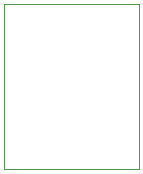
<source format=gbr>
G04 #@! TF.GenerationSoftware,KiCad,Pcbnew,5.1.4-e60b266~84~ubuntu18.04.1*
G04 #@! TF.CreationDate,2019-08-15T20:26:29-04:00*
G04 #@! TF.ProjectId,picoblade_01x04_2.54,7069636f-626c-4616-9465-5f3031783034,rev?*
G04 #@! TF.SameCoordinates,Original*
G04 #@! TF.FileFunction,Profile,NP*
%FSLAX46Y46*%
G04 Gerber Fmt 4.6, Leading zero omitted, Abs format (unit mm)*
G04 Created by KiCad (PCBNEW 5.1.4-e60b266~84~ubuntu18.04.1) date 2019-08-15 20:26:29*
%MOMM*%
%LPD*%
G04 APERTURE LIST*
%ADD10C,0.100000*%
G04 APERTURE END LIST*
D10*
X100330000Y-60960000D02*
X88900000Y-60960000D01*
X100330000Y-46990000D02*
X100330000Y-60960000D01*
X88900000Y-46990000D02*
X100330000Y-46990000D01*
X88900000Y-60960000D02*
X88900000Y-46990000D01*
M02*

</source>
